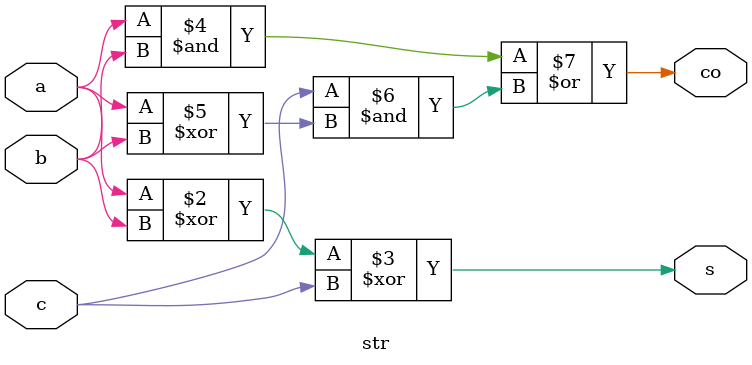
<source format=sv>
`timescale 10ns/1ns 
module str(s,co,a,b,c); 
  input a,b,c; 
  output reg s,co; 
  always @(*)
    begin 
      s=a^b^c;
      co=a&b|(c&(a^b));
    end
  
endmodule
</source>
